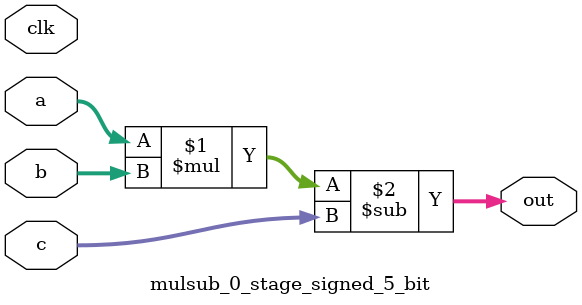
<source format=sv>
(* use_dsp = "yes" *) module mulsub_0_stage_signed_5_bit(
	input signed [4:0] a,
	input signed [4:0] b,
	input signed [4:0] c,
	output [4:0] out,
	input clk);

	assign out = (a * b) - c;
endmodule

</source>
